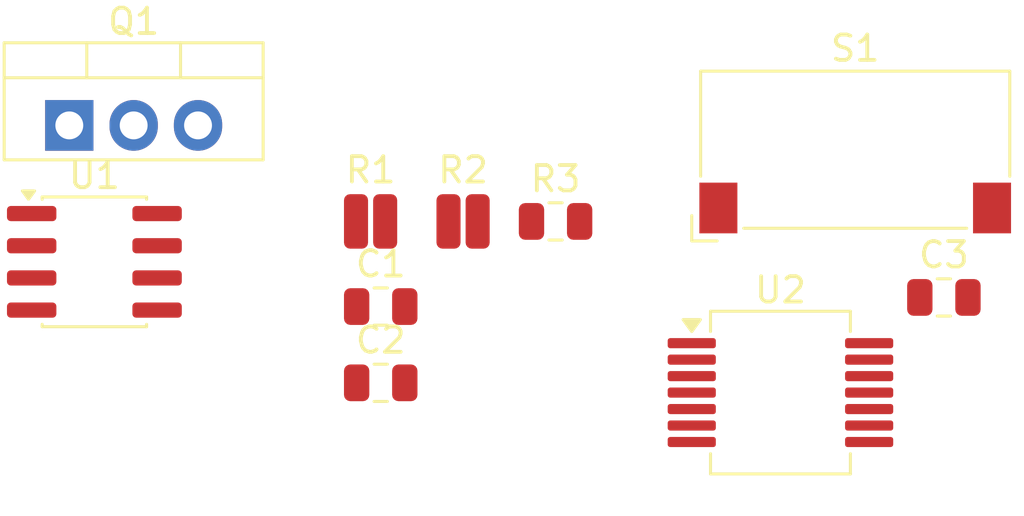
<source format=kicad_pcb>
(kicad_pcb (version 20241229) (generator "pcbnew") (generator_version "9.0")
  (layers (0 "F.Cu" signal) (2 "B.Cu" signal) (13 "F.Paste" user) (15 "B.Paste" user) (5 "F.SilkS" user "F.Silkscreen") (7 "B.SilkS" user "B.Silkscreen") (1 "F.Mask" user) (3 "B.Mask" user) (25 "Edge.Cuts" user))
  (net 0 "")
  (net 1 "Net-(Q1-G)")
  (net 2 "Net-(Q1-S)")
  (net 3 "Net-(Q1-D)")
  (net 4 "Net-(U1-Q)")
  (net 5 "Net-(U1-DIS)")
  (net 6 "+12V")
  (net 7 "Net-(U1-CV)")
  (net 8 "Net-(U1-TR)")
  (net 9 "GND")
  (net 10 "Net-(C3-Pad2)")
  (footprint "Package_SO:SOIC-8_3.9x4.9mm_P1.27mm" (layer "F.Cu") (at 134.025 91.095)
    (property "Reference" "U1" (at 0 -3.4 0) (layer "F.SilkS"))
    (property "Value" "NE555D")
    (fp_line (start -2.06 -2.56) (end 2.06 -2.56) (stroke (width 0.12)) (layer "F.SilkS"))
    (fp_line (start -2.06 -2.465) (end -2.06 -2.56) (stroke (width 0.12)) (layer "F.SilkS"))
    (fp_line (start -2.06 2.56) (end -2.06 2.465) (stroke (width 0.12)) (layer "F.SilkS"))
    (fp_line (start 2.06 -2.56) (end 2.06 -2.465) (stroke (width 0.12)) (layer "F.SilkS"))
    (fp_line (start 2.06 2.465) (end 2.06 2.56) (stroke (width 0.12)) (layer "F.SilkS"))
    (fp_line (start 2.06 2.56) (end -2.06 2.56) (stroke (width 0.12)) (layer "F.SilkS"))
    (fp_poly (pts (xy -2.6 -2.47) (xy -2.84 -2.8) (xy -2.36 -2.8)) (stroke (width 0.12)) (fill yes) (layer "F.SilkS"))
    (pad "1" smd roundrect (at -2.475 -1.905) (size 1.95 0.6) (layers "F.Cu" "F.Mask" "F.Paste") (net 9 "GND"))
    (pad "2" smd roundrect (at -2.475 -0.635) (size 1.95 0.6) (layers "F.Cu" "F.Mask" "F.Paste") (net 8 "Net-(U1-TR)"))
    (pad "3" smd roundrect (at -2.475 0.635) (size 1.95 0.6) (layers "F.Cu" "F.Mask" "F.Paste") (net 4 "Net-(U1-Q)"))
    (pad "4" smd roundrect (at -2.475 1.905) (size 1.95 0.6) (layers "F.Cu" "F.Mask" "F.Paste") (net 6 "+12V"))
    (pad "5" smd roundrect (at 2.475 1.905) (size 1.95 0.6) (layers "F.Cu" "F.Mask" "F.Paste") (net 7 "Net-(U1-CV)"))
    (pad "6" smd roundrect (at 2.475 0.635) (size 1.95 0.6) (layers "F.Cu" "F.Mask" "F.Paste") (net 9 "GND"))
    (pad "7" smd roundrect (at 2.475 -0.635) (size 1.95 0.6) (layers "F.Cu" "F.Mask" "F.Paste") (net 5 "Net-(U1-DIS)"))
    (pad "8" smd roundrect (at 2.475 -1.905) (size 1.95 0.6) (layers "F.Cu" "F.Mask" "F.Paste") (net 6 "+12V"))
  )
  (footprint "Capacitor_SMD:C_0805_2012Metric" (layer "F.Cu") (at 145.325 92.86)
    (property "Reference" "C1" (at 0 -1.68 0) (layer "F.SilkS"))
    (property "Value" "0.01uF")
    (fp_line (start -0.261252 -0.735) (end 0.261252 -0.735) (stroke (width 0.12)) (layer "F.SilkS"))
    (fp_line (start -0.261252 0.735) (end 0.261252 0.735) (stroke (width 0.12)) (layer "F.SilkS"))
    (pad "1" smd roundrect (at -0.95 0) (size 1 1.45) (layers "F.Cu" "F.Mask" "F.Paste") (net 7 "Net-(U1-CV)"))
    (pad "2" smd roundrect (at 0.95 0) (size 1 1.45) (layers "F.Cu" "F.Mask" "F.Paste") (net 9 "GND"))
  )
  (footprint "Capacitor_SMD:C_0805_2012Metric" (layer "F.Cu") (at 145.325 95.87)
    (property "Reference" "C2" (at 0 -1.68 0) (layer "F.SilkS"))
    (property "Value" "0.47uF")
    (fp_line (start -0.261252 -0.735) (end 0.261252 -0.735) (stroke (width 0.12)) (layer "F.SilkS"))
    (fp_line (start -0.261252 0.735) (end 0.261252 0.735) (stroke (width 0.12)) (layer "F.SilkS"))
    (pad "1" smd roundrect (at -0.95 0) (size 1 1.45) (layers "F.Cu" "F.Mask" "F.Paste") (net 8 "Net-(U1-TR)"))
    (pad "2" smd roundrect (at 0.95 0) (size 1 1.45) (layers "F.Cu" "F.Mask" "F.Paste") (net 9 "GND"))
  )
  (footprint "Capacitor_SMD:C_0805_2012Metric" (layer "F.Cu") (at 167.55 92.5)
    (property "Reference" "C3" (at 0 -1.68 0) (layer "F.SilkS"))
    (property "Value" "1nF")
    (fp_line (start -0.261252 -0.735) (end 0.261252 -0.735) (stroke (width 0.12)) (layer "F.SilkS"))
    (fp_line (start -0.261252 0.735) (end 0.261252 0.735) (stroke (width 0.12)) (layer "F.SilkS"))
    (pad "1" smd roundrect (at -0.95 0) (size 1 1.45) (layers "F.Cu" "F.Mask" "F.Paste") (net 4 "Net-(U1-Q)"))
    (pad "2" smd roundrect (at 0.95 0) (size 1 1.45) (layers "F.Cu" "F.Mask" "F.Paste") (net 10 "Net-(C3-Pad2)"))
  )
  (footprint "Package_SO:SSOP-14_5.3x6.2mm_P0.65mm" (layer "F.Cu") (at 161.1 96.255)
    (property "Reference" "U2" (at 0 -4.05 0) (layer "F.SilkS"))
    (property "Value" "LM324")
    (fp_line (start -2.76 -3.21) (end 2.76 -3.21) (stroke (width 0.12)) (layer "F.SilkS"))
    (fp_line (start -2.76 -2.41) (end -2.76 -3.21) (stroke (width 0.12)) (layer "F.SilkS"))
    (fp_line (start -2.76 3.21) (end -2.76 2.41) (stroke (width 0.12)) (layer "F.SilkS"))
    (fp_line (start 2.76 -3.21) (end 2.76 -2.41) (stroke (width 0.12)) (layer "F.SilkS"))
    (fp_line (start 2.76 2.41) (end 2.76 3.21) (stroke (width 0.12)) (layer "F.SilkS"))
    (fp_line (start 2.76 3.21) (end -2.76 3.21) (stroke (width 0.12)) (layer "F.SilkS"))
    (fp_poly (pts (xy -3.5 -2.41) (xy -3.84 -2.88) (xy -3.16 -2.88)) (stroke (width 0.12)) (fill yes) (layer "F.SilkS"))
    (pad "1" smd roundrect (at -3.5 -1.95) (size 1.9 0.4) (layers "F.Cu" "F.Mask" "F.Paste") (net 1 "Net-(Q1-G)"))
    (pad "2" smd roundrect (at -3.5 -1.3) (size 1.9 0.4) (layers "F.Cu" "F.Mask" "F.Paste") (net 4 "Net-(U1-Q)"))
    (pad "3" smd roundrect (at -3.5 -0.65) (size 1.9 0.4) (layers "F.Cu" "F.Mask" "F.Paste") (net 6 "+12V"))
    (pad "4" smd roundrect (at -3.5 0) (size 1.9 0.4) (layers "F.Cu" "F.Mask" "F.Paste"))
    (pad "5" smd roundrect (at -3.5 0.65) (size 1.9 0.4) (layers "F.Cu" "F.Mask" "F.Paste"))
    (pad "6" smd roundrect (at -3.5 1.3) (size 1.9 0.4) (layers "F.Cu" "F.Mask" "F.Paste"))
    (pad "7" smd roundrect (at -3.5 1.95) (size 1.9 0.4) (layers "F.Cu" "F.Mask" "F.Paste"))
    (pad "8" smd roundrect (at 3.5 1.95) (size 1.9 0.4) (layers "F.Cu" "F.Mask" "F.Paste"))
    (pad "9" smd roundrect (at 3.5 1.3) (size 1.9 0.4) (layers "F.Cu" "F.Mask" "F.Paste"))
    (pad "10" smd roundrect (at 3.5 0.65) (size 1.9 0.4) (layers "F.Cu" "F.Mask" "F.Paste"))
    (pad "11" smd roundrect (at 3.5 0) (size 1.9 0.4) (layers "F.Cu" "F.Mask" "F.Paste"))
    (pad "12" smd roundrect (at 3.5 -0.65) (size 1.9 0.4) (layers "F.Cu" "F.Mask" "F.Paste"))
    (pad "13" smd roundrect (at 3.5 -1.3) (size 1.9 0.4) (layers "F.Cu" "F.Mask" "F.Paste"))
    (pad "14" smd roundrect (at 3.5 -1.95) (size 1.9 0.4) (layers "F.Cu" "F.Mask" "F.Paste"))
  )
  (footprint "Capacitor_SMD:C_0805_2012Metric" (layer "F.Cu") (at 152.225 89.5)
    (property "Reference" "R3" (at 0 -1.68 0) (layer "F.SilkS"))
    (property "Value" "10k")
    (fp_line (start -0.261252 -0.735) (end 0.261252 -0.735) (stroke (width 0.12)) (layer "F.SilkS"))
    (fp_line (start -0.261252 0.735) (end 0.261252 0.735) (stroke (width 0.12)) (layer "F.SilkS"))
    (pad "1" smd roundrect (at -0.95 0) (size 1 1.45) (layers "F.Cu" "F.Mask" "F.Paste") (net 10 "Net-(C3-Pad2)"))
    (pad "2" smd roundrect (at 0.95 0) (size 1 1.45) (layers "F.Cu" "F.Mask" "F.Paste") (net 9 "GND"))
  )
  (footprint "Resistor_SMD:R_0508_1220Metric" (layer "F.Cu") (at 144.925 89.5)
    (property "Reference" "R1" (at 0 -2.03 0) (layer "F.SilkS"))
    (property "Value" "1k")
    (pad "1" smd roundrect (at -0.575 0) (size 0.95 2.15) (layers "F.Cu" "F.Mask" "F.Paste") (net 6 "+12V"))
    (pad "2" smd roundrect (at 0.575 0) (size 0.95 2.15) (layers "F.Cu" "F.Mask" "F.Paste") (net 5 "Net-(U1-DIS)"))
  )
  (footprint "Resistor_SMD:R_0508_1220Metric" (layer "F.Cu") (at 148.575 89.5)
    (property "Reference" "R2" (at 0 -2.03 0) (layer "F.SilkS"))
    (property "Value" "1k")
    (pad "1" smd roundrect (at -0.575 0) (size 0.95 2.15) (layers "F.Cu" "F.Mask" "F.Paste") (net 5 "Net-(U1-DIS)"))
    (pad "2" smd roundrect (at 0.575 0) (size 0.95 2.15) (layers "F.Cu" "F.Mask" "F.Paste") (net 9 "GND"))
  )
  (footprint "Package_TO_SOT_THT:TO-220-3_Vertical" (layer "F.Cu") (at 133.035 85.71)
    (property "Reference" "Q1" (at 2.54 -4.1 0) (layer "F.SilkS"))
    (property "Value" "IRLZ34N")
    (fp_line (start -2.57 -3.26) (end 7.65 -3.26) (stroke (width 0.12)) (layer "F.SilkS"))
    (fp_line (start -2.57 -1.88) (end 7.65 -1.88) (stroke (width 0.12)) (layer "F.SilkS"))
    (fp_line (start -2.57 1.36) (end -2.57 -3.26) (stroke (width 0.12)) (layer "F.SilkS"))
    (fp_line (start 0.69 -3.26) (end 0.69 -1.88) (stroke (width 0.12)) (layer "F.SilkS"))
    (fp_line (start 4.39 -3.26) (end 4.39 -1.88) (stroke (width 0.12)) (layer "F.SilkS"))
    (fp_line (start 7.65 -3.26) (end 7.65 1.36) (stroke (width 0.12)) (layer "F.SilkS"))
    (fp_line (start 7.65 1.36) (end -2.57 1.36) (stroke (width 0.12)) (layer "F.SilkS"))
    (pad "1" thru_hole rect (at 0 0) (size 1.905 2) (drill 1.1) (layers "*.Cu" "*.Mask") (net 1 "Net-(Q1-G)"))
    (pad "2" thru_hole oval (at 2.54 0) (size 1.905 2) (drill 1.1) (layers "*.Cu" "*.Mask") (net 3 "Net-(Q1-D)"))
    (pad "3" thru_hole oval (at 5.08 0) (size 1.905 2) (drill 1.1) (layers "*.Cu" "*.Mask") (net 2 "Net-(Q1-S)"))
  )
  (footprint "Buzzer_Beeper:Speaker_CUI_CMR-1206S-67" (layer "F.Cu") (at 164.05 86.67)
    (property "Reference" "S1" (at 0 -4 0) (layer "F.SilkS"))
    (property "Value" "Speaker")
    (fp_line (start -6.45 2.6) (end -6.45 3.6) (stroke (width 0.12)) (layer "F.SilkS"))
    (fp_line (start -6.45 3.6) (end -5.45 3.6) (stroke (width 0.12)) (layer "F.SilkS"))
    (fp_line (start -6.1 -3.1) (end 6.1 -3.1) (stroke (width 0.12)) (layer "F.SilkS"))
    (fp_line (start -6.1 1.05) (end -6.1 -3.1) (stroke (width 0.12)) (layer "F.SilkS"))
    (fp_line (start 4.4 3.1) (end -4.4 3.1) (stroke (width 0.12)) (layer "F.SilkS"))
    (fp_line (start 6.1 -3.1) (end 6.1 1.05) (stroke (width 0.12)) (layer "F.SilkS"))
    (pad "1" smd rect (at -5.4 2.3 180) (size 1.5 2) (layers "F.Cu" "F.Mask") (net 3 "Net-(Q1-D)"))
    (pad "2" smd rect (at 5.4 2.3 180) (size 1.5 2) (layers "F.Cu" "F.Mask") (net 2 "Net-(Q1-S)"))
  )
)
</source>
